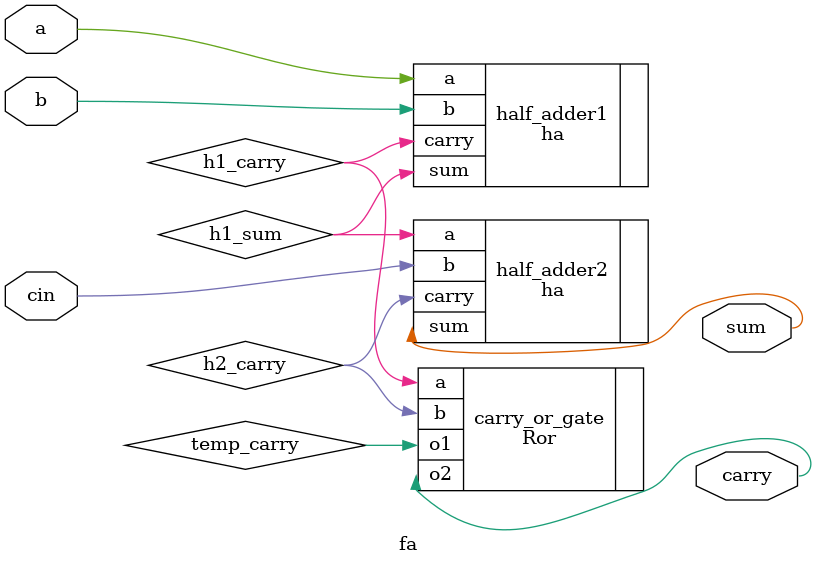
<source format=v>
module fa (input a,input b,input cin,
output sum,output carry);
wire h1_sum, h1_carry, h2_carry;
ha half_adder1 (.a(a),.b(b),
 .sum(h1_sum),.carry(h1_carry));
ha half_adder2 (.a(h1_sum),.b(cin),
 .sum(sum),.carry(h2_carry));
Ror carry_or_gate (
        .a(h1_carry), .b(h2_carry),
        .o1(temp_carry), .o2(carry)
    );
//assign carry = h1_carry | h2_carry;
endmodule

</source>
